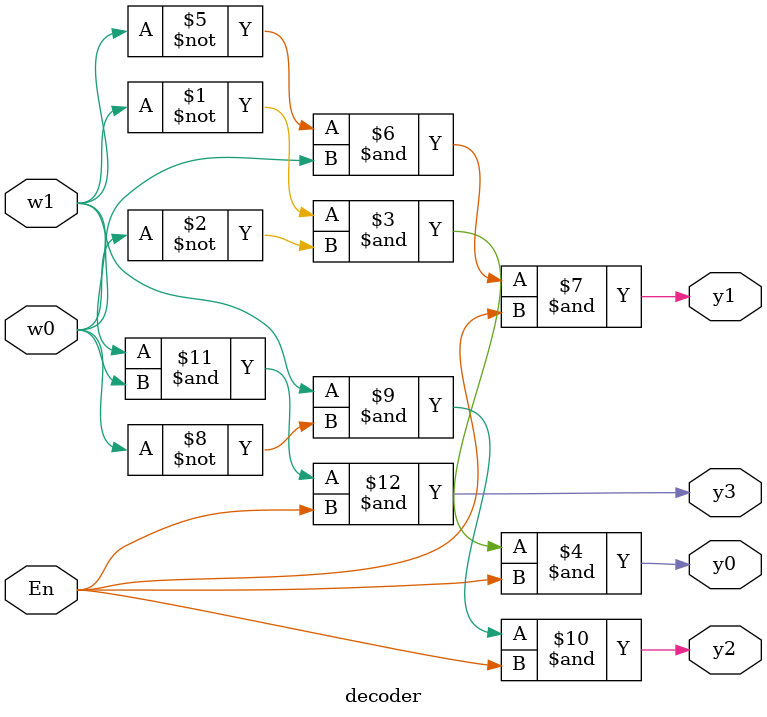
<source format=v>
module decoder(w0, w1, En, y0, y1, y2, y3);
     input w0, w1, En;
     output y0, y1, y2, y3;
	  
     assign y0 = ~w1&~w0&En;
     assign y1 = ~w1&w0&En;
     assign y2 = w1&~w0&En;
     assign y3 = w1&w0&En;

endmodule
</source>
